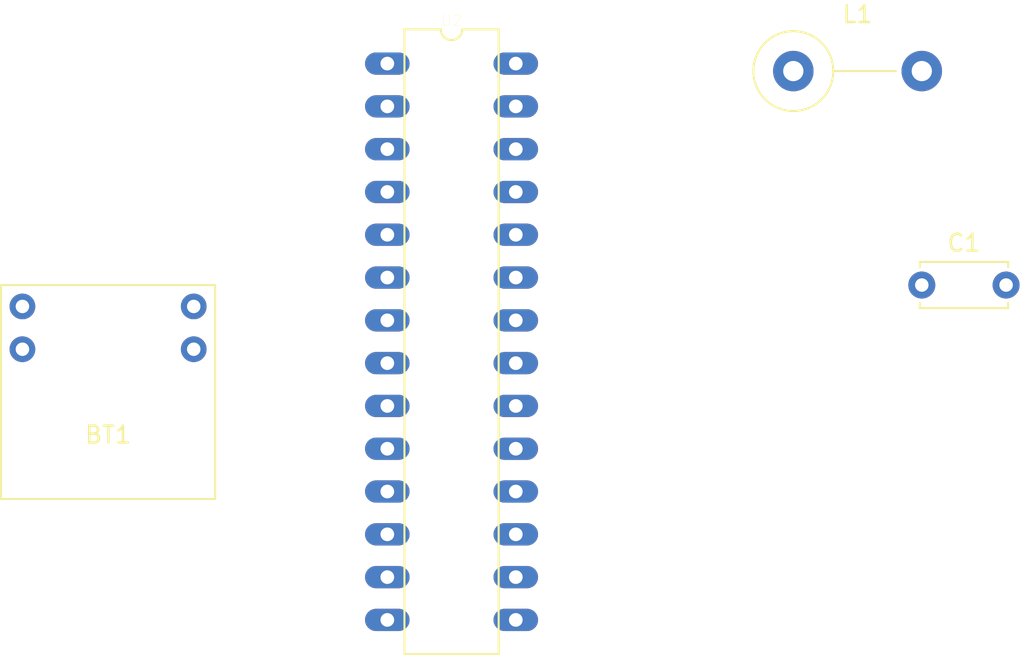
<source format=kicad_pcb>
(kicad_pcb (version 20171130) (host pcbnew "(5.1.2-1)-1")

  (general
    (thickness 1.6)
    (drawings 0)
    (tracks 0)
    (zones 0)
    (modules 4)
    (nets 28)
  )

  (page A4)
  (layers
    (0 F.Cu signal)
    (31 B.Cu signal)
    (32 B.Adhes user)
    (33 F.Adhes user)
    (34 B.Paste user)
    (35 F.Paste user)
    (36 B.SilkS user)
    (37 F.SilkS user)
    (38 B.Mask user)
    (39 F.Mask user)
    (40 Dwgs.User user)
    (41 Cmts.User user)
    (42 Eco1.User user)
    (43 Eco2.User user)
    (44 Edge.Cuts user)
    (45 Margin user)
    (46 B.CrtYd user)
    (47 F.CrtYd user)
    (48 B.Fab user)
    (49 F.Fab user)
  )

  (setup
    (last_trace_width 0.25)
    (trace_clearance 0.2)
    (zone_clearance 0.508)
    (zone_45_only no)
    (trace_min 0.2)
    (via_size 0.8)
    (via_drill 0.4)
    (via_min_size 0.4)
    (via_min_drill 0.3)
    (uvia_size 0.3)
    (uvia_drill 0.1)
    (uvias_allowed no)
    (uvia_min_size 0.2)
    (uvia_min_drill 0.1)
    (edge_width 0.05)
    (segment_width 0.2)
    (pcb_text_width 0.3)
    (pcb_text_size 1.5 1.5)
    (mod_edge_width 0.12)
    (mod_text_size 1 1)
    (mod_text_width 0.15)
    (pad_size 1.524 1.524)
    (pad_drill 0.762)
    (pad_to_mask_clearance 0.051)
    (solder_mask_min_width 0.25)
    (aux_axis_origin 0 0)
    (visible_elements FFFFFF7F)
    (pcbplotparams
      (layerselection 0x010fc_ffffffff)
      (usegerberextensions false)
      (usegerberattributes false)
      (usegerberadvancedattributes false)
      (creategerberjobfile false)
      (excludeedgelayer true)
      (linewidth 0.100000)
      (plotframeref false)
      (viasonmask false)
      (mode 1)
      (useauxorigin false)
      (hpglpennumber 1)
      (hpglpenspeed 20)
      (hpglpendiameter 15.000000)
      (psnegative false)
      (psa4output false)
      (plotreference true)
      (plotvalue true)
      (plotinvisibletext false)
      (padsonsilk false)
      (subtractmaskfromsilk false)
      (outputformat 1)
      (mirror false)
      (drillshape 1)
      (scaleselection 1)
      (outputdirectory ""))
  )

  (net 0 "")
  (net 1 VCC)
  (net 2 GND)
  (net 3 "Net-(C1-Pad2)")
  (net 4 "Net-(U2-Pad1)")
  (net 5 "Net-(U2-Pad2)")
  (net 6 "Net-(U2-Pad3)")
  (net 7 "Net-(U2-Pad4)")
  (net 8 "Net-(U2-Pad5)")
  (net 9 "Net-(U2-Pad6)")
  (net 10 "Net-(U2-Pad9)")
  (net 11 "Net-(U2-Pad10)")
  (net 12 "Net-(U2-Pad11)")
  (net 13 "Net-(U2-Pad12)")
  (net 14 "Net-(U2-Pad13)")
  (net 15 "Net-(U2-Pad14)")
  (net 16 "Net-(U2-Pad15)")
  (net 17 "Net-(U2-Pad16)")
  (net 18 "Net-(U2-Pad17)")
  (net 19 "Net-(U2-Pad18)")
  (net 20 "Net-(U2-Pad19)")
  (net 21 "Net-(U2-Pad21)")
  (net 22 "Net-(U2-Pad23)")
  (net 23 "Net-(U2-Pad24)")
  (net 24 "Net-(U2-Pad25)")
  (net 25 "Net-(U2-Pad26)")
  (net 26 "Net-(U2-Pad27)")
  (net 27 "Net-(U2-Pad28)")

  (net_class Default "これはデフォルトのネット クラスです。"
    (clearance 0.2)
    (trace_width 0.25)
    (via_dia 0.8)
    (via_drill 0.4)
    (uvia_dia 0.3)
    (uvia_drill 0.1)
    (add_net GND)
    (add_net "Net-(C1-Pad2)")
    (add_net "Net-(U2-Pad1)")
    (add_net "Net-(U2-Pad10)")
    (add_net "Net-(U2-Pad11)")
    (add_net "Net-(U2-Pad12)")
    (add_net "Net-(U2-Pad13)")
    (add_net "Net-(U2-Pad14)")
    (add_net "Net-(U2-Pad15)")
    (add_net "Net-(U2-Pad16)")
    (add_net "Net-(U2-Pad17)")
    (add_net "Net-(U2-Pad18)")
    (add_net "Net-(U2-Pad19)")
    (add_net "Net-(U2-Pad2)")
    (add_net "Net-(U2-Pad21)")
    (add_net "Net-(U2-Pad23)")
    (add_net "Net-(U2-Pad24)")
    (add_net "Net-(U2-Pad25)")
    (add_net "Net-(U2-Pad26)")
    (add_net "Net-(U2-Pad27)")
    (add_net "Net-(U2-Pad28)")
    (add_net "Net-(U2-Pad3)")
    (add_net "Net-(U2-Pad4)")
    (add_net "Net-(U2-Pad5)")
    (add_net "Net-(U2-Pad6)")
    (add_net "Net-(U2-Pad9)")
    (add_net VCC)
  )

  (module my_library:v_dip (layer F.Cu) (tedit 5EF6B39B) (tstamp 5F13F9B3)
    (at 120.65 97.79)
    (path /5EF7BACF)
    (fp_text reference BT1 (at 5.08 7.62) (layer F.SilkS)
      (effects (font (size 1 1) (thickness 0.15)))
    )
    (fp_text value Battery_Cell (at 5.08 10.16) (layer F.Fab)
      (effects (font (size 1 1) (thickness 0.15)))
    )
    (fp_line (start -1.27 -1.27) (end -1.27 10.16) (layer F.SilkS) (width 0.12))
    (fp_line (start -1.27 10.16) (end -1.27 11.43) (layer F.SilkS) (width 0.12))
    (fp_line (start -1.27 11.43) (end 11.43 11.43) (layer F.SilkS) (width 0.12))
    (fp_line (start 11.43 11.43) (end 11.43 -1.27) (layer F.SilkS) (width 0.12))
    (fp_line (start 11.43 -1.27) (end -1.27 -1.27) (layer F.SilkS) (width 0.12))
    (pad 1 thru_hole circle (at 0 0) (size 1.524 1.524) (drill 0.8) (layers *.Cu *.Mask)
      (net 1 VCC))
    (pad 2 thru_hole circle (at 0 2.54) (size 1.524 1.524) (drill 0.8) (layers *.Cu *.Mask)
      (net 2 GND))
    (pad 1 thru_hole circle (at 10.16 0) (size 1.524 1.524) (drill 0.8) (layers *.Cu *.Mask)
      (net 1 VCC))
    (pad 2 thru_hole circle (at 10.16 2.54) (size 1.524 1.524) (drill 0.8) (layers *.Cu *.Mask)
      (net 2 GND))
  )

  (module Capacitor_THT:C_Disc_D5.0mm_W2.5mm_P5.00mm (layer F.Cu) (tedit 5AE50EF0) (tstamp 5F13F9C8)
    (at 173.99 96.52)
    (descr "C, Disc series, Radial, pin pitch=5.00mm, , diameter*width=5*2.5mm^2, Capacitor, http://cdn-reichelt.de/documents/datenblatt/B300/DS_KERKO_TC.pdf")
    (tags "C Disc series Radial pin pitch 5.00mm  diameter 5mm width 2.5mm Capacitor")
    (path /5F141C82)
    (fp_text reference C1 (at 2.5 -2.5) (layer F.SilkS)
      (effects (font (size 1 1) (thickness 0.15)))
    )
    (fp_text value 0.1u (at 2.5 2.5) (layer F.Fab)
      (effects (font (size 1 1) (thickness 0.15)))
    )
    (fp_line (start 0 -1.25) (end 0 1.25) (layer F.Fab) (width 0.1))
    (fp_line (start 0 1.25) (end 5 1.25) (layer F.Fab) (width 0.1))
    (fp_line (start 5 1.25) (end 5 -1.25) (layer F.Fab) (width 0.1))
    (fp_line (start 5 -1.25) (end 0 -1.25) (layer F.Fab) (width 0.1))
    (fp_line (start -0.12 -1.37) (end 5.12 -1.37) (layer F.SilkS) (width 0.12))
    (fp_line (start -0.12 1.37) (end 5.12 1.37) (layer F.SilkS) (width 0.12))
    (fp_line (start -0.12 -1.37) (end -0.12 -1.055) (layer F.SilkS) (width 0.12))
    (fp_line (start -0.12 1.055) (end -0.12 1.37) (layer F.SilkS) (width 0.12))
    (fp_line (start 5.12 -1.37) (end 5.12 -1.055) (layer F.SilkS) (width 0.12))
    (fp_line (start 5.12 1.055) (end 5.12 1.37) (layer F.SilkS) (width 0.12))
    (fp_line (start -1.05 -1.5) (end -1.05 1.5) (layer F.CrtYd) (width 0.05))
    (fp_line (start -1.05 1.5) (end 6.05 1.5) (layer F.CrtYd) (width 0.05))
    (fp_line (start 6.05 1.5) (end 6.05 -1.5) (layer F.CrtYd) (width 0.05))
    (fp_line (start 6.05 -1.5) (end -1.05 -1.5) (layer F.CrtYd) (width 0.05))
    (fp_text user %R (at 2.5 0) (layer F.Fab)
      (effects (font (size 1 1) (thickness 0.15)))
    )
    (pad 1 thru_hole circle (at 0 0) (size 1.6 1.6) (drill 0.8) (layers *.Cu *.Mask)
      (net 2 GND))
    (pad 2 thru_hole circle (at 5 0) (size 1.6 1.6) (drill 0.8) (layers *.Cu *.Mask)
      (net 3 "Net-(C1-Pad2)"))
    (model ${KISYS3DMOD}/Capacitor_THT.3dshapes/C_Disc_D5.0mm_W2.5mm_P5.00mm.wrl
      (at (xyz 0 0 0))
      (scale (xyz 1 1 1))
      (rotate (xyz 0 0 0))
    )
  )

  (module Inductor_THT:L_Axial_L13.0mm_D4.5mm_P7.62mm_Vertical_Fastron_HCCC (layer F.Cu) (tedit 5AE59B05) (tstamp 5F13F9D7)
    (at 166.37 83.82)
    (descr "Inductor, Axial series, Axial, Vertical, pin pitch=7.62mm, , length*diameter=13*4.5mm^2, Fastron, HCCC, http://www.fastrongroup.com/image-show/19/HCCC.pdf?type=Complete-DataSheet&productType=series")
    (tags "Inductor Axial series Axial Vertical pin pitch 7.62mm  length 13mm diameter 4.5mm Fastron HCCC")
    (path /5F14132B)
    (fp_text reference L1 (at 3.81 -3.37) (layer F.SilkS)
      (effects (font (size 1 1) (thickness 0.15)))
    )
    (fp_text value 0.1u (at 3.81 3.37) (layer F.Fab)
      (effects (font (size 1 1) (thickness 0.15)))
    )
    (fp_circle (center 0 0) (end 2.25 0) (layer F.Fab) (width 0.1))
    (fp_circle (center 0 0) (end 2.37 0) (layer F.SilkS) (width 0.12))
    (fp_line (start 0 0) (end 7.62 0) (layer F.Fab) (width 0.1))
    (fp_line (start 2.37 0) (end 6.12 0) (layer F.SilkS) (width 0.12))
    (fp_line (start -2.5 -2.5) (end -2.5 2.5) (layer F.CrtYd) (width 0.05))
    (fp_line (start -2.5 2.5) (end 9.07 2.5) (layer F.CrtYd) (width 0.05))
    (fp_line (start 9.07 2.5) (end 9.07 -2.5) (layer F.CrtYd) (width 0.05))
    (fp_line (start 9.07 -2.5) (end -2.5 -2.5) (layer F.CrtYd) (width 0.05))
    (fp_text user %R (at 3.81 -3.37) (layer F.Fab)
      (effects (font (size 1 1) (thickness 0.15)))
    )
    (pad 1 thru_hole circle (at 0 0) (size 2.4 2.4) (drill 1.2) (layers *.Cu *.Mask)
      (net 1 VCC))
    (pad 2 thru_hole oval (at 7.62 0) (size 2.4 2.4) (drill 1.2) (layers *.Cu *.Mask)
      (net 3 "Net-(C1-Pad2)"))
    (model ${KISYS3DMOD}/Inductor_THT.3dshapes/L_Axial_L13.0mm_D4.5mm_P7.62mm_Vertical_Fastron_HCCC.wrl
      (at (xyz 0 0 0))
      (scale (xyz 1 1 1))
      (rotate (xyz 0 0 0))
    )
  )

  (module Atmaga328pu:DIL28 (layer F.Cu) (tedit 5F139DFB) (tstamp 5F13F9FD)
    (at 146.1008 99.885501)
    (descr "<B>Dual In Line</B> 0.3 inch")
    (path /5EF53812)
    (fp_text reference U2 (at 0 -19.066) (layer F.SilkS)
      (effects (font (size 0.640539 0.640539) (thickness 0.015)))
    )
    (fp_text value ATmega328P-PU (at 0 0 180) (layer F.Fab)
      (effects (font (size 0.640739 0.640739) (thickness 0.015)))
    )
    (fp_line (start -0.635 -18.542) (end -2.794 -18.542) (layer F.SilkS) (width 0.127))
    (fp_arc (start 0 -18.542) (end -0.635 -18.542) (angle -180) (layer F.SilkS) (width 0.127))
    (fp_line (start -2.794 -18.542) (end -2.794 18.542) (layer F.SilkS) (width 0.127))
    (fp_line (start 2.794 -18.542) (end 0.635 -18.542) (layer F.SilkS) (width 0.127))
    (fp_line (start 2.794 -18.542) (end 2.794 18.542) (layer F.SilkS) (width 0.127))
    (fp_line (start 2.794 18.542) (end -2.794 18.542) (layer F.SilkS) (width 0.127))
    (pad 1 thru_hole oval (at -3.81 -16.51) (size 2.6416 1.3208) (drill 0.8128) (layers *.Cu *.Mask)
      (net 4 "Net-(U2-Pad1)"))
    (pad 2 thru_hole oval (at -3.81 -13.97) (size 2.6416 1.3208) (drill 0.8128) (layers *.Cu *.Mask)
      (net 5 "Net-(U2-Pad2)"))
    (pad 3 thru_hole oval (at -3.81 -11.43) (size 2.6416 1.3208) (drill 0.8128) (layers *.Cu *.Mask)
      (net 6 "Net-(U2-Pad3)"))
    (pad 4 thru_hole oval (at -3.81 -8.89) (size 2.6416 1.3208) (drill 0.8128) (layers *.Cu *.Mask)
      (net 7 "Net-(U2-Pad4)"))
    (pad 5 thru_hole oval (at -3.81 -6.35) (size 2.6416 1.3208) (drill 0.8128) (layers *.Cu *.Mask)
      (net 8 "Net-(U2-Pad5)"))
    (pad 6 thru_hole oval (at -3.81 -3.81) (size 2.6416 1.3208) (drill 0.8128) (layers *.Cu *.Mask)
      (net 9 "Net-(U2-Pad6)"))
    (pad 7 thru_hole oval (at -3.81 -1.27) (size 2.6416 1.3208) (drill 0.8128) (layers *.Cu *.Mask)
      (net 1 VCC))
    (pad 8 thru_hole oval (at -3.81 1.27) (size 2.6416 1.3208) (drill 0.8128) (layers *.Cu *.Mask)
      (net 2 GND))
    (pad 9 thru_hole oval (at -3.81 3.81) (size 2.6416 1.3208) (drill 0.8128) (layers *.Cu *.Mask)
      (net 10 "Net-(U2-Pad9)"))
    (pad 10 thru_hole oval (at -3.81 6.35) (size 2.6416 1.3208) (drill 0.8128) (layers *.Cu *.Mask)
      (net 11 "Net-(U2-Pad10)"))
    (pad 11 thru_hole oval (at -3.81 8.89) (size 2.6416 1.3208) (drill 0.8128) (layers *.Cu *.Mask)
      (net 12 "Net-(U2-Pad11)"))
    (pad 12 thru_hole oval (at -3.81 11.43) (size 2.6416 1.3208) (drill 0.8128) (layers *.Cu *.Mask)
      (net 13 "Net-(U2-Pad12)"))
    (pad 13 thru_hole oval (at -3.81 13.97) (size 2.6416 1.3208) (drill 0.8128) (layers *.Cu *.Mask)
      (net 14 "Net-(U2-Pad13)"))
    (pad 14 thru_hole oval (at -3.81 16.51) (size 2.6416 1.3208) (drill 0.8128) (layers *.Cu *.Mask)
      (net 15 "Net-(U2-Pad14)"))
    (pad 15 thru_hole oval (at 3.81 16.51) (size 2.6416 1.3208) (drill 0.8128) (layers *.Cu *.Mask)
      (net 16 "Net-(U2-Pad15)"))
    (pad 16 thru_hole oval (at 3.81 13.97) (size 2.6416 1.3208) (drill 0.8128) (layers *.Cu *.Mask)
      (net 17 "Net-(U2-Pad16)"))
    (pad 17 thru_hole oval (at 3.81 11.43) (size 2.6416 1.3208) (drill 0.8128) (layers *.Cu *.Mask)
      (net 18 "Net-(U2-Pad17)"))
    (pad 18 thru_hole oval (at 3.81 8.89) (size 2.6416 1.3208) (drill 0.8128) (layers *.Cu *.Mask)
      (net 19 "Net-(U2-Pad18)"))
    (pad 19 thru_hole oval (at 3.81 6.35) (size 2.6416 1.3208) (drill 0.8128) (layers *.Cu *.Mask)
      (net 20 "Net-(U2-Pad19)"))
    (pad 20 thru_hole oval (at 3.81 3.81) (size 2.6416 1.3208) (drill 0.8128) (layers *.Cu *.Mask)
      (net 3 "Net-(C1-Pad2)"))
    (pad 21 thru_hole oval (at 3.81 1.27) (size 2.6416 1.3208) (drill 0.8128) (layers *.Cu *.Mask)
      (net 21 "Net-(U2-Pad21)"))
    (pad 22 thru_hole oval (at 3.81 -1.27) (size 2.6416 1.3208) (drill 0.8128) (layers *.Cu *.Mask)
      (net 2 GND))
    (pad 23 thru_hole oval (at 3.81 -3.81) (size 2.6416 1.3208) (drill 0.8128) (layers *.Cu *.Mask)
      (net 22 "Net-(U2-Pad23)"))
    (pad 24 thru_hole oval (at 3.81 -6.35) (size 2.6416 1.3208) (drill 0.8128) (layers *.Cu *.Mask)
      (net 23 "Net-(U2-Pad24)"))
    (pad 25 thru_hole oval (at 3.81 -8.89) (size 2.6416 1.3208) (drill 0.8128) (layers *.Cu *.Mask)
      (net 24 "Net-(U2-Pad25)"))
    (pad 26 thru_hole oval (at 3.81 -11.43) (size 2.6416 1.3208) (drill 0.8128) (layers *.Cu *.Mask)
      (net 25 "Net-(U2-Pad26)"))
    (pad 27 thru_hole oval (at 3.81 -13.97) (size 2.6416 1.3208) (drill 0.8128) (layers *.Cu *.Mask)
      (net 26 "Net-(U2-Pad27)"))
    (pad 28 thru_hole oval (at 3.81 -16.51) (size 2.6416 1.3208) (drill 0.8128) (layers *.Cu *.Mask)
      (net 27 "Net-(U2-Pad28)"))
  )

)

</source>
